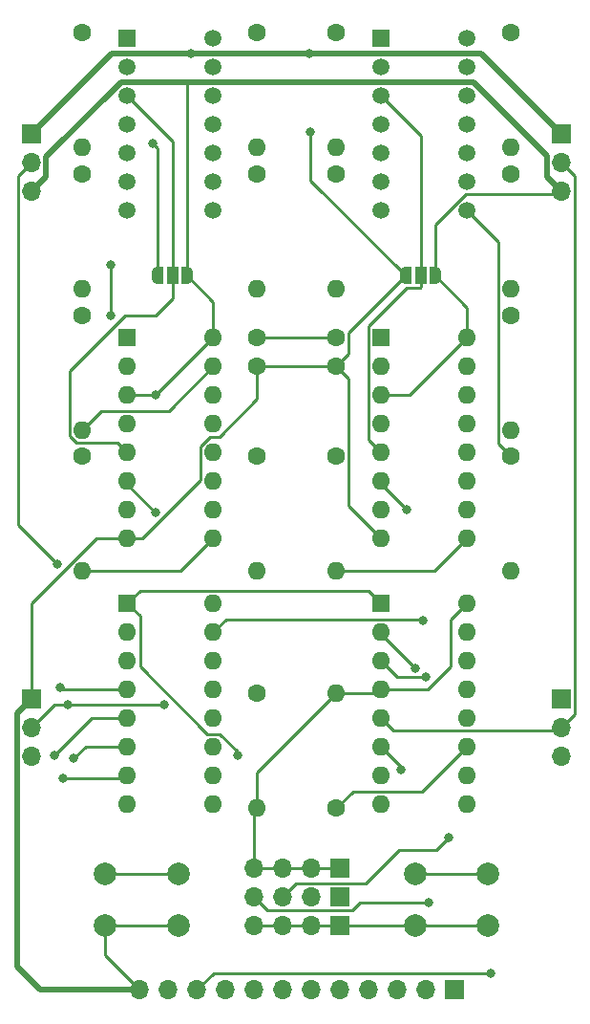
<source format=gbl>
G04 #@! TF.GenerationSoftware,KiCad,Pcbnew,6.0.1-79c1e3a40b~116~ubuntu21.04.1*
G04 #@! TF.CreationDate,2022-02-15T17:04:31-05:00*
G04 #@! TF.ProjectId,display_module,64697370-6c61-4795-9f6d-6f64756c652e,rev?*
G04 #@! TF.SameCoordinates,Original*
G04 #@! TF.FileFunction,Copper,L2,Bot*
G04 #@! TF.FilePolarity,Positive*
%FSLAX46Y46*%
G04 Gerber Fmt 4.6, Leading zero omitted, Abs format (unit mm)*
G04 Created by KiCad (PCBNEW 6.0.1-79c1e3a40b~116~ubuntu21.04.1) date 2022-02-15 17:04:31*
%MOMM*%
%LPD*%
G01*
G04 APERTURE LIST*
G04 Aperture macros list*
%AMFreePoly0*
4,1,22,0.550000,-0.750000,0.000000,-0.750000,0.000000,-0.745033,-0.079941,-0.743568,-0.215256,-0.701293,-0.333266,-0.622738,-0.424486,-0.514219,-0.481581,-0.384460,-0.499164,-0.250000,-0.500000,-0.250000,-0.500000,0.250000,-0.499164,0.250000,-0.499963,0.256109,-0.478152,0.396186,-0.417904,0.524511,-0.324060,0.630769,-0.204165,0.706417,-0.067858,0.745374,0.000000,0.744959,0.000000,0.750000,
0.550000,0.750000,0.550000,-0.750000,0.550000,-0.750000,$1*%
%AMFreePoly1*
4,1,20,0.000000,0.744959,0.073905,0.744508,0.209726,0.703889,0.328688,0.626782,0.421226,0.519385,0.479903,0.390333,0.500000,0.250000,0.500000,-0.250000,0.499851,-0.262216,0.476331,-0.402017,0.414519,-0.529596,0.319384,-0.634700,0.198574,-0.708877,0.061801,-0.746166,0.000000,-0.745033,0.000000,-0.750000,-0.550000,-0.750000,-0.550000,0.750000,0.000000,0.750000,0.000000,0.744959,
0.000000,0.744959,$1*%
G04 Aperture macros list end*
G04 #@! TA.AperFunction,ComponentPad*
%ADD10R,1.700000X1.700000*%
G04 #@! TD*
G04 #@! TA.AperFunction,ComponentPad*
%ADD11O,1.700000X1.700000*%
G04 #@! TD*
G04 #@! TA.AperFunction,ComponentPad*
%ADD12R,1.500000X1.500000*%
G04 #@! TD*
G04 #@! TA.AperFunction,ComponentPad*
%ADD13C,1.500000*%
G04 #@! TD*
G04 #@! TA.AperFunction,ComponentPad*
%ADD14R,1.600000X1.600000*%
G04 #@! TD*
G04 #@! TA.AperFunction,ComponentPad*
%ADD15O,1.600000X1.600000*%
G04 #@! TD*
G04 #@! TA.AperFunction,ComponentPad*
%ADD16C,1.600000*%
G04 #@! TD*
G04 #@! TA.AperFunction,ComponentPad*
%ADD17C,2.000000*%
G04 #@! TD*
G04 #@! TA.AperFunction,SMDPad,CuDef*
%ADD18FreePoly0,0.000000*%
G04 #@! TD*
G04 #@! TA.AperFunction,SMDPad,CuDef*
%ADD19R,1.000000X1.500000*%
G04 #@! TD*
G04 #@! TA.AperFunction,SMDPad,CuDef*
%ADD20FreePoly1,0.000000*%
G04 #@! TD*
G04 #@! TA.AperFunction,ViaPad*
%ADD21C,0.800000*%
G04 #@! TD*
G04 #@! TA.AperFunction,Conductor*
%ADD22C,0.250000*%
G04 #@! TD*
G04 #@! TA.AperFunction,Conductor*
%ADD23C,0.500000*%
G04 #@! TD*
G04 APERTURE END LIST*
D10*
X119500000Y-56960000D03*
D11*
X119500000Y-59500000D03*
X119500000Y-62040000D03*
D10*
X72500000Y-56960000D03*
D11*
X72500000Y-59500000D03*
X72500000Y-62040000D03*
D10*
X119500000Y-106960000D03*
D11*
X119500000Y-109500000D03*
X119500000Y-112040000D03*
D10*
X109998000Y-132750000D03*
D11*
X107458000Y-132750000D03*
X104918000Y-132750000D03*
X102378000Y-132750000D03*
X99838000Y-132750000D03*
X97298000Y-132750000D03*
X94758000Y-132750000D03*
X92218000Y-132750000D03*
X89678000Y-132750000D03*
X87138000Y-132750000D03*
X84598000Y-132750000D03*
X82058000Y-132750000D03*
D12*
X103500000Y-48500000D03*
D13*
X103500000Y-51040000D03*
X103500000Y-53580000D03*
X103500000Y-56120000D03*
X103500000Y-58660000D03*
X103500000Y-61200000D03*
X103500000Y-63740000D03*
X111120000Y-63740000D03*
X111120000Y-61200000D03*
X111120000Y-58660000D03*
X111120000Y-56120000D03*
X111120000Y-53580000D03*
X111120000Y-51040000D03*
X111120000Y-48500000D03*
D14*
X103500000Y-75000000D03*
D15*
X103500000Y-77540000D03*
X103500000Y-80080000D03*
X103500000Y-82620000D03*
X103500000Y-85160000D03*
X103500000Y-87700000D03*
X103500000Y-90240000D03*
X103500000Y-92780000D03*
X111120000Y-92780000D03*
X111120000Y-90240000D03*
X111120000Y-87700000D03*
X111120000Y-85160000D03*
X111120000Y-82620000D03*
X111120000Y-80080000D03*
X111120000Y-77540000D03*
X111120000Y-75000000D03*
D14*
X103500000Y-98500000D03*
D15*
X103500000Y-101040000D03*
X103500000Y-103580000D03*
X103500000Y-106120000D03*
X103500000Y-108660000D03*
X103500000Y-111200000D03*
X103500000Y-113740000D03*
X103500000Y-116280000D03*
X111120000Y-116280000D03*
X111120000Y-113740000D03*
X111120000Y-111200000D03*
X111120000Y-108660000D03*
X111120000Y-106120000D03*
X111120000Y-103580000D03*
X111120000Y-101040000D03*
X111120000Y-98500000D03*
D16*
X99500000Y-48000000D03*
D15*
X99500000Y-58160000D03*
D16*
X115000000Y-48000000D03*
D15*
X115000000Y-58160000D03*
D16*
X115000000Y-60500000D03*
D15*
X115000000Y-70660000D03*
D16*
X115000000Y-85500000D03*
D15*
X115000000Y-95660000D03*
D16*
X99500000Y-85500000D03*
D15*
X99500000Y-95660000D03*
D16*
X99500000Y-60500000D03*
D15*
X99500000Y-70660000D03*
D16*
X77000000Y-48000000D03*
D15*
X77000000Y-58160000D03*
D16*
X92500000Y-48000000D03*
D15*
X92500000Y-58160000D03*
D16*
X92500000Y-60500000D03*
D15*
X92500000Y-70660000D03*
D16*
X92500000Y-85500000D03*
D15*
X92500000Y-95660000D03*
D16*
X77000000Y-85500000D03*
D15*
X77000000Y-95660000D03*
D16*
X77000000Y-73000000D03*
D15*
X77000000Y-83160000D03*
D16*
X77000000Y-60500000D03*
D15*
X77000000Y-70660000D03*
D17*
X85500000Y-127000000D03*
X79000000Y-127000000D03*
X85500000Y-122500000D03*
X79000000Y-122500000D03*
X113000000Y-127000000D03*
X106500000Y-127000000D03*
X106500000Y-122500000D03*
X113000000Y-122500000D03*
D14*
X81000000Y-75000000D03*
D15*
X81000000Y-77540000D03*
X81000000Y-80080000D03*
X81000000Y-82620000D03*
X81000000Y-85160000D03*
X81000000Y-87700000D03*
X81000000Y-90240000D03*
X81000000Y-92780000D03*
X88620000Y-92780000D03*
X88620000Y-90240000D03*
X88620000Y-87700000D03*
X88620000Y-85160000D03*
X88620000Y-82620000D03*
X88620000Y-80080000D03*
X88620000Y-77540000D03*
X88620000Y-75000000D03*
D14*
X81000000Y-98500000D03*
D15*
X81000000Y-101040000D03*
X81000000Y-103580000D03*
X81000000Y-106120000D03*
X81000000Y-108660000D03*
X81000000Y-111200000D03*
X81000000Y-113740000D03*
X81000000Y-116280000D03*
X88620000Y-116280000D03*
X88620000Y-113740000D03*
X88620000Y-111200000D03*
X88620000Y-108660000D03*
X88620000Y-106120000D03*
X88620000Y-103580000D03*
X88620000Y-101040000D03*
X88620000Y-98500000D03*
D12*
X81000000Y-48500000D03*
D13*
X81000000Y-51040000D03*
X81000000Y-53580000D03*
X81000000Y-56120000D03*
X81000000Y-58660000D03*
X81000000Y-61200000D03*
X81000000Y-63740000D03*
X88620000Y-63740000D03*
X88620000Y-61200000D03*
X88620000Y-58660000D03*
X88620000Y-56120000D03*
X88620000Y-53580000D03*
X88620000Y-51040000D03*
X88620000Y-48500000D03*
D16*
X92500000Y-75000000D03*
X92500000Y-77500000D03*
X99500000Y-75000000D03*
X99500000Y-77500000D03*
D10*
X99823000Y-121980000D03*
D11*
X97283000Y-121980000D03*
X94743000Y-121980000D03*
X92203000Y-121980000D03*
D10*
X99823000Y-124520000D03*
D11*
X97283000Y-124520000D03*
X94743000Y-124520000D03*
X92203000Y-124520000D03*
D10*
X99823000Y-127060000D03*
D11*
X97283000Y-127060000D03*
X94743000Y-127060000D03*
X92203000Y-127060000D03*
D16*
X92500000Y-106500000D03*
D15*
X92500000Y-116660000D03*
D16*
X99500000Y-116660000D03*
D15*
X99500000Y-106500000D03*
D10*
X72500000Y-106960000D03*
D11*
X72500000Y-109500000D03*
X72500000Y-112040000D03*
D16*
X115000000Y-73000000D03*
D15*
X115000000Y-83160000D03*
D18*
X83700000Y-69500000D03*
D19*
X85000000Y-69500000D03*
D20*
X86300000Y-69500000D03*
D18*
X105700000Y-69500000D03*
D19*
X107000000Y-69500000D03*
D20*
X108300000Y-69500000D03*
D21*
X97250000Y-56750000D03*
X97160001Y-49839999D03*
X83250000Y-57750000D03*
X86660001Y-49839999D03*
X84250000Y-107500000D03*
X74750000Y-95000000D03*
X75750000Y-107500000D03*
X74500000Y-112000000D03*
X113250000Y-131250000D03*
X75250000Y-114000000D03*
X83500000Y-90500000D03*
X76250000Y-112250000D03*
X105800011Y-90250000D03*
X105250000Y-113250000D03*
X106525011Y-104250000D03*
X107500000Y-105000000D03*
X83540000Y-80080000D03*
X75000000Y-106000000D03*
X79500000Y-68500000D03*
X79500000Y-73000000D03*
X107750000Y-125000000D03*
X109500000Y-119250000D03*
X90750000Y-112000000D03*
X107250000Y-100000000D03*
D22*
X106500000Y-127000000D02*
X113000000Y-127000000D01*
X78214998Y-92780000D02*
X72500000Y-98494998D01*
D23*
X73250000Y-132750000D02*
X82058000Y-132750000D01*
X112379999Y-49839999D02*
X119500000Y-56960000D01*
D22*
X100625001Y-76374999D02*
X100625001Y-74574999D01*
D23*
X72500000Y-106960000D02*
X71199999Y-108260001D01*
D22*
X92203000Y-127060000D02*
X94743000Y-127060000D01*
D23*
X97160001Y-49839999D02*
X112379999Y-49839999D01*
D22*
X99823000Y-127060000D02*
X106440000Y-127060000D01*
X92500000Y-77500000D02*
X99500000Y-77500000D01*
D23*
X71199999Y-108260001D02*
X71199999Y-130699999D01*
D22*
X87494999Y-87578003D02*
X87494999Y-84619999D01*
X79000000Y-129692000D02*
X82058000Y-132750000D01*
X99500000Y-77500000D02*
X100625001Y-76374999D01*
X81000000Y-92780000D02*
X78214998Y-92780000D01*
X106440000Y-127060000D02*
X106500000Y-127000000D01*
X87494999Y-84619999D02*
X88369997Y-83745001D01*
D23*
X79620001Y-49839999D02*
X86660001Y-49839999D01*
D22*
X79000000Y-127000000D02*
X79000000Y-129692000D01*
X99500000Y-77500000D02*
X100625001Y-78625001D01*
X105700000Y-69500000D02*
X97250000Y-61050000D01*
D23*
X72500000Y-56960000D02*
X79620001Y-49839999D01*
D22*
X97283000Y-127060000D02*
X99823000Y-127060000D01*
X88369997Y-83745001D02*
X89160001Y-83745001D01*
X100625001Y-89905001D02*
X103500000Y-92780000D01*
X92500000Y-80405002D02*
X92500000Y-77500000D01*
X83700000Y-58200000D02*
X83250000Y-57750000D01*
X100625001Y-74574999D02*
X105700000Y-69500000D01*
X100625001Y-78625001D02*
X100625001Y-89905001D01*
X81000000Y-92780000D02*
X82293002Y-92780000D01*
X82293002Y-92780000D02*
X87494999Y-87578003D01*
D23*
X86660001Y-49839999D02*
X97160001Y-49839999D01*
X71199999Y-130699999D02*
X73250000Y-132750000D01*
D22*
X94743000Y-127060000D02*
X97283000Y-127060000D01*
X72500000Y-98494998D02*
X72500000Y-106960000D01*
X83700000Y-69500000D02*
X83700000Y-58200000D01*
X79000000Y-127000000D02*
X85500000Y-127000000D01*
X97250000Y-61050000D02*
X97250000Y-56750000D01*
X89160001Y-83745001D02*
X92500000Y-80405002D01*
X72500000Y-59500000D02*
X71324999Y-60675001D01*
X74500000Y-107500000D02*
X75750000Y-107500000D01*
X74750000Y-95000000D02*
X71324999Y-91574999D01*
X71324999Y-60675001D02*
X71324999Y-91175001D01*
X75750000Y-107500000D02*
X84250000Y-107500000D01*
X72500000Y-109500000D02*
X74500000Y-107500000D01*
X71324999Y-91574999D02*
X71324999Y-91175001D01*
X88638000Y-131250000D02*
X91750000Y-131250000D01*
X87138000Y-132750000D02*
X88638000Y-131250000D01*
X77840000Y-108660000D02*
X74500000Y-112000000D01*
X113250000Y-131250000D02*
X91750000Y-131250000D01*
X81000000Y-108660000D02*
X77840000Y-108660000D01*
X80740000Y-114000000D02*
X81000000Y-113740000D01*
X75250000Y-114000000D02*
X80740000Y-114000000D01*
X81000000Y-88000000D02*
X81000000Y-87700000D01*
X83500000Y-90500000D02*
X81000000Y-88000000D01*
X77300000Y-111200000D02*
X81000000Y-111200000D01*
X76250000Y-112250000D02*
X77300000Y-111200000D01*
X103500000Y-87949989D02*
X103500000Y-87700000D01*
X105800011Y-90250000D02*
X103500000Y-87949989D01*
X105250000Y-112950000D02*
X105250000Y-113250000D01*
X103500000Y-111200000D02*
X105250000Y-112950000D01*
X103500000Y-101224989D02*
X103500000Y-101040000D01*
X106525011Y-104250000D02*
X103500000Y-101224989D01*
X104920000Y-105000000D02*
X107500000Y-105000000D01*
X103500000Y-103580000D02*
X104920000Y-105000000D01*
X92500000Y-75000000D02*
X99500000Y-75000000D01*
D23*
X111696001Y-52379999D02*
X118199999Y-58883997D01*
D22*
X103500000Y-80080000D02*
X106040000Y-80080000D01*
X92203000Y-121980000D02*
X94743000Y-121980000D01*
X81000000Y-106120000D02*
X75120000Y-106120000D01*
D23*
X118199999Y-58883997D02*
X118199999Y-60739999D01*
X72500000Y-62040000D02*
X73800001Y-60739999D01*
D22*
X103120000Y-106500000D02*
X103500000Y-106120000D01*
X86300000Y-52450000D02*
X86370001Y-52379999D01*
X92500000Y-116660000D02*
X92500000Y-113500000D01*
X97283000Y-121980000D02*
X99823000Y-121980000D01*
X97283000Y-121980000D02*
X94743000Y-121980000D01*
X92203000Y-121980000D02*
X92203000Y-116957000D01*
X119264999Y-62275001D02*
X119500000Y-62040000D01*
X110993997Y-62275001D02*
X119264999Y-62275001D01*
X92500000Y-113500000D02*
X99500000Y-106500000D01*
D23*
X73800001Y-60739999D02*
X73800001Y-59003997D01*
D22*
X88620000Y-71820000D02*
X86300000Y-69500000D01*
X86300000Y-69500000D02*
X86300000Y-52450000D01*
D23*
X73800001Y-59003997D02*
X80423999Y-52379999D01*
X86370001Y-52379999D02*
X111696001Y-52379999D01*
D22*
X108300000Y-69500000D02*
X108300000Y-64968998D01*
X109685000Y-104065000D02*
X109685000Y-99935000D01*
X92203000Y-116957000D02*
X92500000Y-116660000D01*
X99500000Y-106500000D02*
X103120000Y-106500000D01*
X107630000Y-106120000D02*
X109685000Y-104065000D01*
X111120000Y-72320000D02*
X108300000Y-69500000D01*
X109685000Y-99935000D02*
X111120000Y-98500000D01*
X88620000Y-75000000D02*
X88620000Y-71820000D01*
X75120000Y-106120000D02*
X75000000Y-106000000D01*
X103500000Y-106120000D02*
X107630000Y-106120000D01*
D23*
X80423999Y-52379999D02*
X86370001Y-52379999D01*
D22*
X111120000Y-75000000D02*
X111120000Y-72320000D01*
X106040000Y-80080000D02*
X111120000Y-75000000D01*
X81000000Y-80080000D02*
X83540000Y-80080000D01*
X108300000Y-64968998D02*
X110993997Y-62275001D01*
X83540000Y-80080000D02*
X88620000Y-75000000D01*
D23*
X118199999Y-60739999D02*
X119500000Y-62040000D01*
D22*
X119214999Y-109785001D02*
X119500000Y-109500000D01*
X119500000Y-109500000D02*
X120675001Y-108324999D01*
X104625001Y-109785001D02*
X119214999Y-109785001D01*
X120675001Y-60675001D02*
X119500000Y-59500000D01*
X120675001Y-108324999D02*
X120675001Y-60675001D01*
X103500000Y-108660000D02*
X104625001Y-109785001D01*
X77000000Y-95660000D02*
X85740000Y-95660000D01*
X85740000Y-95660000D02*
X88620000Y-92780000D01*
X79500000Y-73000000D02*
X79500000Y-68500000D01*
X79000000Y-122500000D02*
X85500000Y-122500000D01*
X77000000Y-83160000D02*
X78665001Y-81494999D01*
X84665001Y-81494999D02*
X88620000Y-77540000D01*
X78665001Y-81494999D02*
X84665001Y-81494999D01*
X113874999Y-84374999D02*
X113874999Y-66494999D01*
X113874999Y-66494999D02*
X111120000Y-63740000D01*
X115000000Y-85500000D02*
X113874999Y-84374999D01*
X108240000Y-95660000D02*
X111120000Y-92780000D01*
X99500000Y-95660000D02*
X108240000Y-95660000D01*
X113000000Y-122500000D02*
X106500000Y-122500000D01*
X101005001Y-115154999D02*
X107165001Y-115154999D01*
X107165001Y-115154999D02*
X111120000Y-111200000D01*
X99500000Y-116660000D02*
X101005001Y-115154999D01*
X101628002Y-125000000D02*
X107750000Y-125000000D01*
X92203000Y-124520000D02*
X93378001Y-125695001D01*
X100933001Y-125695001D02*
X101628002Y-125000000D01*
X93378001Y-125695001D02*
X100933001Y-125695001D01*
X105125000Y-120375000D02*
X108375000Y-120375000D01*
X108375000Y-120375000D02*
X109500000Y-119250000D01*
X95918001Y-123344999D02*
X94743000Y-124520000D01*
X105125000Y-120375000D02*
X102155001Y-123344999D01*
X102155001Y-123344999D02*
X95918001Y-123344999D01*
X81000000Y-98500000D02*
X82125001Y-97374999D01*
X82125001Y-104120001D02*
X88079999Y-110074999D01*
X102374999Y-97374999D02*
X103500000Y-98500000D01*
X90750000Y-111664998D02*
X90750000Y-112000000D01*
X82125001Y-99625001D02*
X82125001Y-104120001D01*
X89160001Y-110074999D02*
X90750000Y-111664998D01*
X82125001Y-97374999D02*
X102374999Y-97374999D01*
X81000000Y-98500000D02*
X82125001Y-99625001D01*
X88079999Y-110074999D02*
X89160001Y-110074999D01*
X107164999Y-99914999D02*
X107250000Y-100000000D01*
X88620000Y-101040000D02*
X89745001Y-99914999D01*
X89745001Y-99914999D02*
X107164999Y-99914999D01*
X81000000Y-85160000D02*
X80125001Y-84285001D01*
X76459999Y-84285001D02*
X75874999Y-83700001D01*
X75874999Y-77939999D02*
X80814998Y-73000000D01*
X83500000Y-73000000D02*
X85000000Y-71500000D01*
X85000000Y-71500000D02*
X85000000Y-69500000D01*
X80125001Y-84285001D02*
X76459999Y-84285001D01*
X80814998Y-73000000D02*
X83500000Y-73000000D01*
X75874999Y-83700001D02*
X75874999Y-77939999D01*
X85000000Y-57580000D02*
X81000000Y-53580000D01*
X85000000Y-69500000D02*
X85000000Y-57580000D01*
X107000000Y-70500000D02*
X107000000Y-69500000D01*
X106924990Y-70575010D02*
X107000000Y-70500000D01*
X107000000Y-57080000D02*
X107000000Y-69500000D01*
X102374999Y-73939999D02*
X105739988Y-70575010D01*
X103500000Y-53580000D02*
X107000000Y-57080000D01*
X105739988Y-70575010D02*
X106924990Y-70575010D01*
X103500000Y-85160000D02*
X102374999Y-84034999D01*
X102374999Y-84034999D02*
X102374999Y-73939999D01*
M02*

</source>
